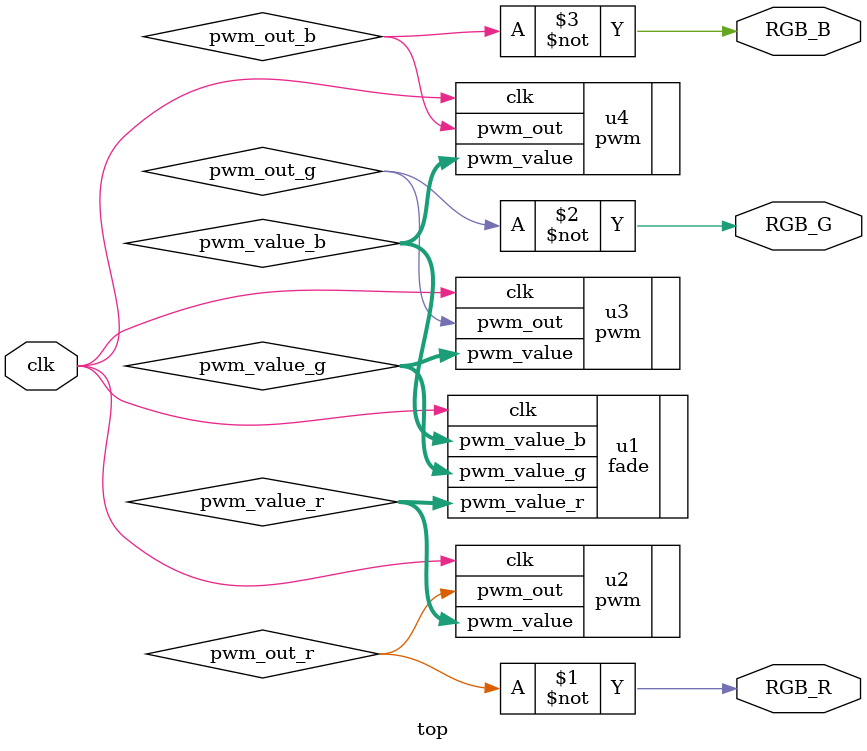
<source format=sv>
`include "fade.sv"
`include "pwm.sv"

module top #(
    parameter PWM_INTERVAL = 1200       // CLK frequency is 12MHz, so 1,200 cycles is 100us
)(
    input logic clk, 
    output logic RGB_R,
    output logic RGB_G,
    output logic RGB_B
);

    logic [$clog2(PWM_INTERVAL) - 1:0] pwm_value_r, pwm_value_g, pwm_value_b;
    logic pwm_out_r, pwm_out_g, pwm_out_b;

    fade #(
        .PWM_INTERVAL   (PWM_INTERVAL)
    ) u1 (
        .clk            (clk), 
        .pwm_value_r    (pwm_value_r),
        .pwm_value_g    (pwm_value_g),
        .pwm_value_b    (pwm_value_b)
    );

    pwm #(
        .PWM_INTERVAL   (PWM_INTERVAL)
    ) u2 (
        .clk            (clk), 
        .pwm_value      (pwm_value_r), 
        .pwm_out        (pwm_out_r)
    );
    
    pwm #(
        .PWM_INTERVAL   (PWM_INTERVAL)
    ) u3 (
        .clk            (clk), 
        .pwm_value      (pwm_value_g), 
        .pwm_out        (pwm_out_g)
    );
    
    pwm #(
        .PWM_INTERVAL   (PWM_INTERVAL)
    ) u4 (
        .clk            (clk), 
        .pwm_value      (pwm_value_b), 
        .pwm_out        (pwm_out_b)
    );

    assign RGB_R = ~pwm_out_r;
    assign RGB_G = ~pwm_out_g;
    assign RGB_B = ~pwm_out_b;

endmodule
</source>
